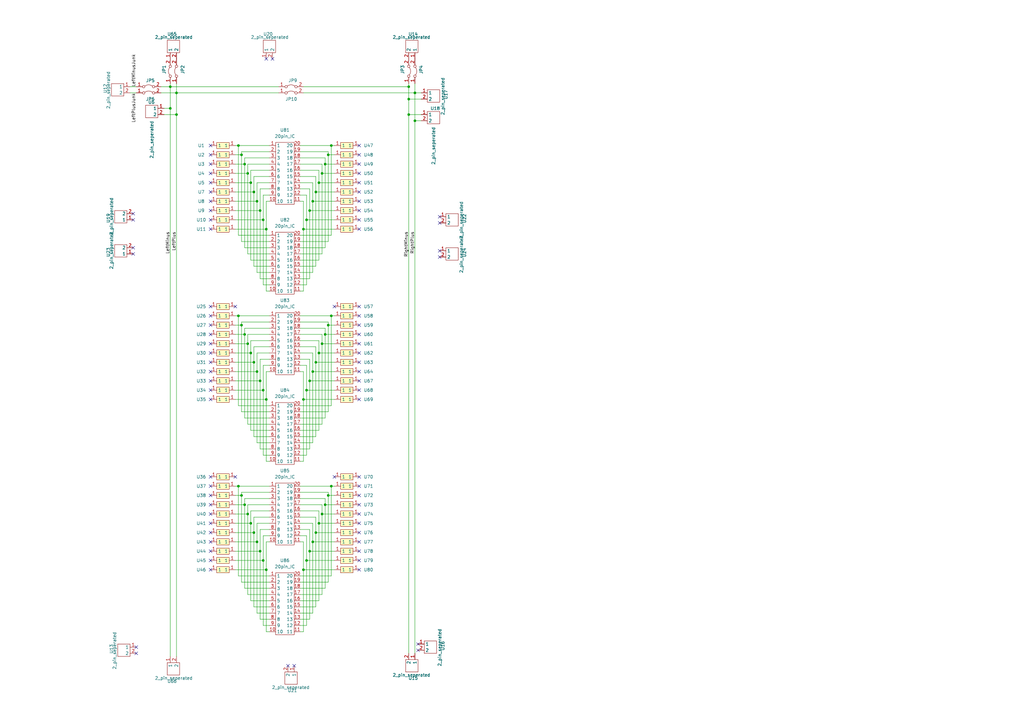
<source format=kicad_sch>
(kicad_sch (version 20211123) (generator eeschema)
  (paper "A3")
  (lib_symbols
    (symbol "Prototypeboard:1_row_connected"
      (property "Reference" "U" (at -1.27 5.08 0))
      (property "Value" "1_row_connected" (at -1.27 2.54 0))
      (symbol "1_row_connected_0_1"
        (rectangle (start -2.54 1.27) (end 2.54 -1.27) (fill (type background)))
      )
      (symbol "1_row_connected_1_1"
        (pin bidirectional line (at -5.08 0 0) (length 2.54) (name "1") (number "1"))
        (pin bidirectional line (at 5.08 0 180) (length 2.54) (name "1") (number "1"))
      )
    )
    (symbol "Prototypeboard:20pin_IC"
      (property "Reference" "U" (at 3.81 3.81 0))
      (property "Value" "20pin_IC" (at 3.81 1.905 0))
      (symbol "20pin_IC_0_1"
        (rectangle (start 0 0) (end 7.62 -25.4))
      )
      (symbol "20pin_IC_1_1"
        (pin bidirectional line (at -2.54 -1.27 0) (length 2.54) (name "1") (number "1"))
        (pin bidirectional line (at -2.54 -24.13 0) (length 2.54) (name "10") (number "10"))
        (pin bidirectional line (at 10.16 -24.13 180) (length 2.54) (name "11") (number "11"))
        (pin bidirectional line (at 10.16 -21.59 180) (length 2.54) (name "12") (number "12"))
        (pin bidirectional line (at 10.16 -19.05 180) (length 2.54) (name "13") (number "13"))
        (pin bidirectional line (at 10.16 -16.51 180) (length 2.54) (name "14") (number "14"))
        (pin bidirectional line (at 10.16 -13.97 180) (length 2.54) (name "15") (number "15"))
        (pin bidirectional line (at 10.16 -11.43 180) (length 2.54) (name "16") (number "16"))
        (pin bidirectional line (at 10.16 -8.89 180) (length 2.54) (name "17") (number "17"))
        (pin bidirectional line (at 10.16 -6.35 180) (length 2.54) (name "18") (number "18"))
        (pin bidirectional line (at 10.16 -3.81 180) (length 2.54) (name "19") (number "19"))
        (pin bidirectional line (at -2.54 -3.81 0) (length 2.54) (name "2") (number "2"))
        (pin bidirectional line (at 10.16 -1.27 180) (length 2.54) (name "20") (number "20"))
        (pin bidirectional line (at -2.54 -6.35 0) (length 2.54) (name "3") (number "3"))
        (pin bidirectional line (at -2.54 -8.89 0) (length 2.54) (name "4") (number "4"))
        (pin bidirectional line (at -2.54 -11.43 0) (length 2.54) (name "5") (number "5"))
        (pin bidirectional line (at -2.54 -13.97 0) (length 2.54) (name "6") (number "6"))
        (pin bidirectional line (at -2.54 -16.51 0) (length 2.54) (name "7") (number "7"))
        (pin bidirectional line (at -2.54 -19.05 0) (length 2.54) (name "8") (number "8"))
        (pin bidirectional line (at -2.54 -21.59 0) (length 2.54) (name "9") (number "9"))
      )
    )
    (symbol "Prototypeboard:2_pin_seperated"
      (property "Reference" "U" (at -8.89 1.27 0))
      (property "Value" "2_pin_seperated" (at -10.16 0 0))
      (symbol "2_pin_seperated_0_1"
        (rectangle (start -1.27 2.54) (end 3.81 -2.54))
      )
      (symbol "2_pin_seperated_1_1"
        (pin bidirectional line (at 0 -5.08 90) (length 2.54) (name "1") (number "1"))
        (pin bidirectional line (at 2.54 -5.08 90) (length 2.54) (name "2") (number "2"))
      )
    )
    (symbol "Prototypeboard:Jumper_2_Bridged" (pin_names (offset 0) hide)
      (property "Reference" "JP" (at 0 1.905 0))
      (property "Value" "Jumper_2_Bridged" (at 0 -2.54 0))
      (symbol "Jumper_2_Bridged_0_0"
        (circle (center -2.032 0) (radius 0.508))
        (circle (center 2.032 0) (radius 0.508))
      )
      (symbol "Jumper_2_Bridged_0_1"
        (arc (start 1.524 0.254) (mid 0 0.762) (end -1.524 0.254))
      )
      (symbol "Jumper_2_Bridged_1_1"
        (pin passive line (at -5.08 0 0) (length 2.54) (name "A") (number "1"))
        (pin passive line (at 5.08 0 180) (length 2.54) (name "B") (number "2"))
      )
    )
  )
  (junction (at 130.81 74.93))
  (junction (at 102.87 214.63))
  (junction (at 170.18 49.53))
  (junction (at 99.06 133.35))
  (junction (at 124.46 233.68))
  (junction (at 135.89 199.39))
  (junction (at 127 86.36))
  (junction (at 109.22 93.98))
  (junction (at 128.27 222.25))
  (junction (at 97.79 129.54))
  (junction (at 105.41 222.25))
  (junction (at 97.79 59.69))
  (junction (at 167.64 46.99))
  (junction (at 134.62 63.5))
  (junction (at 127 226.06))
  (junction (at 72.39 38.1))
  (junction (at 104.14 148.59))
  (junction (at 72.39 46.99))
  (junction (at 105.41 82.55))
  (junction (at 97.79 199.39))
  (junction (at 69.85 35.56))
  (junction (at 107.95 160.02))
  (junction (at 132.08 210.82))
  (junction (at 99.06 203.2))
  (junction (at 106.68 226.06))
  (junction (at 107.95 229.87))
  (junction (at 125.73 160.02))
  (junction (at 104.14 218.44))
  (junction (at 135.89 59.69))
  (junction (at 106.68 156.21))
  (junction (at 106.68 86.36))
  (junction (at 129.54 78.74))
  (junction (at 135.89 129.54))
  (junction (at 127 156.21))
  (junction (at 170.18 38.1))
  (junction (at 128.27 152.4))
  (junction (at 100.33 207.01))
  (junction (at 100.33 67.31))
  (junction (at 124.46 93.98))
  (junction (at 109.22 163.83))
  (junction (at 132.08 71.12))
  (junction (at 133.35 67.31))
  (junction (at 101.6 210.82))
  (junction (at 100.33 137.16))
  (junction (at 133.35 137.16))
  (junction (at 134.62 133.35))
  (junction (at 125.73 229.87))
  (junction (at 102.87 144.78))
  (junction (at 130.81 144.78))
  (junction (at 101.6 71.12))
  (junction (at 129.54 218.44))
  (junction (at 167.64 35.56))
  (junction (at 134.62 203.2))
  (junction (at 130.81 214.63))
  (junction (at 132.08 140.97))
  (junction (at 107.95 90.17))
  (junction (at 128.27 82.55))
  (junction (at 124.46 163.83))
  (junction (at 69.85 44.45))
  (junction (at 133.35 207.01))
  (junction (at 102.87 74.93))
  (junction (at 104.14 78.74))
  (junction (at 99.06 63.5))
  (junction (at 129.54 148.59))
  (junction (at 109.22 233.68))
  (junction (at 125.73 90.17))
  (junction (at 105.41 152.4))
  (junction (at 101.6 140.97))
  (junction (at 167.64 40.64))
  (no_connect (at 147.32 129.54))
  (no_connect (at 86.36 140.97))
  (no_connect (at 120.65 273.05))
  (no_connect (at 86.36 67.31))
  (no_connect (at 147.32 82.55))
  (no_connect (at 147.32 163.83))
  (no_connect (at 86.36 163.83))
  (no_connect (at 55.88 267.97))
  (no_connect (at 54.61 90.17))
  (no_connect (at 147.32 214.63))
  (no_connect (at 147.32 144.78))
  (no_connect (at 86.36 59.69))
  (no_connect (at 147.32 63.5))
  (no_connect (at 147.32 71.12))
  (no_connect (at 86.36 93.98))
  (no_connect (at 147.32 156.21))
  (no_connect (at 86.36 203.2))
  (no_connect (at 147.32 140.97))
  (no_connect (at 180.34 88.9))
  (no_connect (at 86.36 156.21))
  (no_connect (at 86.36 82.55))
  (no_connect (at 86.36 207.01))
  (no_connect (at 147.32 148.59))
  (no_connect (at 137.16 195.58))
  (no_connect (at 147.32 218.44))
  (no_connect (at 86.36 195.58))
  (no_connect (at 86.36 74.93))
  (no_connect (at 109.22 24.13))
  (no_connect (at 86.36 63.5))
  (no_connect (at 86.36 144.78))
  (no_connect (at 86.36 226.06))
  (no_connect (at 96.52 195.58))
  (no_connect (at 86.36 71.12))
  (no_connect (at 86.36 125.73))
  (no_connect (at 86.36 78.74))
  (no_connect (at 86.36 129.54))
  (no_connect (at 147.32 229.87))
  (no_connect (at 86.36 86.36))
  (no_connect (at 111.76 24.13))
  (no_connect (at 147.32 137.16))
  (no_connect (at 86.36 152.4))
  (no_connect (at 180.34 102.87))
  (no_connect (at 54.61 87.63))
  (no_connect (at 137.16 125.73))
  (no_connect (at 54.61 104.14))
  (no_connect (at 147.32 90.17))
  (no_connect (at 86.36 90.17))
  (no_connect (at 147.32 222.25))
  (no_connect (at 86.36 214.63))
  (no_connect (at 147.32 210.82))
  (no_connect (at 147.32 133.35))
  (no_connect (at 86.36 137.16))
  (no_connect (at 86.36 218.44))
  (no_connect (at 147.32 207.01))
  (no_connect (at 54.61 101.6))
  (no_connect (at 96.52 125.73))
  (no_connect (at 147.32 59.69))
  (no_connect (at 147.32 203.2))
  (no_connect (at 86.36 229.87))
  (no_connect (at 86.36 233.68))
  (no_connect (at 147.32 93.98))
  (no_connect (at 147.32 195.58))
  (no_connect (at 147.32 78.74))
  (no_connect (at 86.36 160.02))
  (no_connect (at 147.32 67.31))
  (no_connect (at 147.32 125.73))
  (no_connect (at 118.11 273.05))
  (no_connect (at 147.32 199.39))
  (no_connect (at 86.36 222.25))
  (no_connect (at 86.36 148.59))
  (no_connect (at 147.32 160.02))
  (no_connect (at 147.32 226.06))
  (no_connect (at 147.32 233.68))
  (no_connect (at 180.34 91.44))
  (no_connect (at 147.32 152.4))
  (no_connect (at 55.88 265.43))
  (no_connect (at 86.36 133.35))
  (no_connect (at 147.32 86.36))
  (no_connect (at 86.36 210.82))
  (no_connect (at 171.45 266.7))
  (no_connect (at 86.36 199.39))
  (no_connect (at 147.32 74.93))
  (no_connect (at 171.45 264.16))
  (no_connect (at 180.34 105.41))
  (wire (pts (xy 123.19 132.08) (xy 134.62 132.08)))
  (wire (pts (xy 134.62 99.06) (xy 134.62 63.5)))
  (wire (pts (xy 132.08 210.82) (xy 137.16 210.82)))
  (wire (pts (xy 133.35 171.45) (xy 133.35 137.16)))
  (wire (pts (xy 110.49 241.3) (xy 100.33 241.3)))
  (wire (pts (xy 123.19 248.92) (xy 129.54 248.92)))
  (wire (pts (xy 101.6 71.12) (xy 96.52 71.12)))
  (wire (pts (xy 134.62 238.76) (xy 134.62 203.2)))
  (wire (pts (xy 102.87 74.93) (xy 102.87 106.68)))
  (wire (pts (xy 96.52 218.44) (xy 104.14 218.44)))
  (wire (pts (xy 123.19 186.69) (xy 125.73 186.69)))
  (wire (pts (xy 110.49 114.3) (xy 106.68 114.3)))
  (wire (pts (xy 125.73 229.87) (xy 137.16 229.87)))
  (wire (pts (xy 102.87 214.63) (xy 102.87 246.38)))
  (wire (pts (xy 69.85 44.45) (xy 69.85 269.24)))
  (wire (pts (xy 170.18 49.53) (xy 170.18 267.97)))
  (wire (pts (xy 109.22 259.08) (xy 109.22 233.68)))
  (wire (pts (xy 123.19 199.39) (xy 135.89 199.39)))
  (wire (pts (xy 69.85 35.56) (xy 114.3 35.56)))
  (wire (pts (xy 137.16 152.4) (xy 128.27 152.4)))
  (wire (pts (xy 100.33 137.16) (xy 100.33 171.45)))
  (wire (pts (xy 101.6 210.82) (xy 101.6 243.84)))
  (wire (pts (xy 124.46 82.55) (xy 124.46 93.98)))
  (wire (pts (xy 104.14 72.39) (xy 104.14 78.74)))
  (wire (pts (xy 96.52 229.87) (xy 107.95 229.87)))
  (wire (pts (xy 110.49 212.09) (xy 104.14 212.09)))
  (wire (pts (xy 105.41 74.93) (xy 110.49 74.93)))
  (wire (pts (xy 107.95 256.54) (xy 107.95 229.87)))
  (wire (pts (xy 125.73 229.87) (xy 125.73 256.54)))
  (wire (pts (xy 72.39 46.99) (xy 72.39 269.24)))
  (wire (pts (xy 96.52 160.02) (xy 107.95 160.02)))
  (wire (pts (xy 137.16 90.17) (xy 125.73 90.17)))
  (wire (pts (xy 110.49 176.53) (xy 102.87 176.53)))
  (wire (pts (xy 167.64 46.99) (xy 167.64 267.97)))
  (wire (pts (xy 100.33 137.16) (xy 100.33 134.62)))
  (wire (pts (xy 110.49 116.84) (xy 107.95 116.84)))
  (wire (pts (xy 110.49 186.69) (xy 107.95 186.69)))
  (wire (pts (xy 127 217.17) (xy 127 226.06)))
  (wire (pts (xy 107.95 90.17) (xy 107.95 80.01)))
  (wire (pts (xy 106.68 147.32) (xy 106.68 156.21)))
  (wire (pts (xy 100.33 207.01) (xy 100.33 241.3)))
  (wire (pts (xy 100.33 204.47) (xy 110.49 204.47)))
  (wire (pts (xy 128.27 251.46) (xy 128.27 222.25)))
  (wire (pts (xy 105.41 152.4) (xy 105.41 144.78)))
  (wire (pts (xy 133.35 207.01) (xy 133.35 204.47)))
  (wire (pts (xy 110.49 139.7) (xy 102.87 139.7)))
  (wire (pts (xy 104.14 142.24) (xy 104.14 148.59)))
  (wire (pts (xy 127 114.3) (xy 127 86.36)))
  (wire (pts (xy 67.31 44.45) (xy 69.85 44.45)))
  (wire (pts (xy 97.79 59.69) (xy 110.49 59.69)))
  (wire (pts (xy 123.19 147.32) (xy 127 147.32)))
  (wire (pts (xy 109.22 119.38) (xy 109.22 93.98)))
  (wire (pts (xy 96.52 90.17) (xy 107.95 90.17)))
  (wire (pts (xy 109.22 82.55) (xy 109.22 93.98)))
  (wire (pts (xy 106.68 77.47) (xy 106.68 86.36)))
  (wire (pts (xy 66.04 35.56) (xy 69.85 35.56)))
  (wire (pts (xy 123.19 116.84) (xy 125.73 116.84)))
  (wire (pts (xy 110.49 99.06) (xy 99.06 99.06)))
  (wire (pts (xy 123.19 129.54) (xy 135.89 129.54)))
  (wire (pts (xy 130.81 176.53) (xy 130.81 144.78)))
  (wire (pts (xy 110.49 82.55) (xy 109.22 82.55)))
  (wire (pts (xy 97.79 199.39) (xy 110.49 199.39)))
  (wire (pts (xy 99.06 63.5) (xy 96.52 63.5)))
  (wire (pts (xy 134.62 201.93) (xy 134.62 203.2)))
  (wire (pts (xy 167.64 34.29) (xy 167.64 35.56)))
  (wire (pts (xy 96.52 222.25) (xy 105.41 222.25)))
  (wire (pts (xy 130.81 69.85) (xy 123.19 69.85)))
  (wire (pts (xy 110.49 207.01) (xy 101.6 207.01)))
  (wire (pts (xy 123.19 62.23) (xy 134.62 62.23)))
  (wire (pts (xy 123.19 152.4) (xy 124.46 152.4)))
  (wire (pts (xy 106.68 156.21) (xy 96.52 156.21)))
  (wire (pts (xy 127 156.21) (xy 137.16 156.21)))
  (wire (pts (xy 137.16 82.55) (xy 128.27 82.55)))
  (wire (pts (xy 124.46 152.4) (xy 124.46 163.83)))
  (wire (pts (xy 123.19 189.23) (xy 124.46 189.23)))
  (wire (pts (xy 110.49 111.76) (xy 105.41 111.76)))
  (wire (pts (xy 102.87 139.7) (xy 102.87 144.78)))
  (wire (pts (xy 133.35 137.16) (xy 133.35 134.62)))
  (wire (pts (xy 110.49 119.38) (xy 109.22 119.38)))
  (wire (pts (xy 110.49 67.31) (xy 101.6 67.31)))
  (wire (pts (xy 127 184.15) (xy 127 156.21)))
  (wire (pts (xy 110.49 222.25) (xy 109.22 222.25)))
  (wire (pts (xy 123.19 181.61) (xy 128.27 181.61)))
  (wire (pts (xy 110.49 254) (xy 106.68 254)))
  (wire (pts (xy 123.19 101.6) (xy 133.35 101.6)))
  (wire (pts (xy 99.06 133.35) (xy 99.06 168.91)))
  (wire (pts (xy 129.54 72.39) (xy 129.54 78.74)))
  (wire (pts (xy 97.79 59.69) (xy 97.79 96.52)))
  (wire (pts (xy 128.27 152.4) (xy 128.27 144.78)))
  (wire (pts (xy 134.62 132.08) (xy 134.62 133.35)))
  (wire (pts (xy 109.22 222.25) (xy 109.22 233.68)))
  (wire (pts (xy 123.19 176.53) (xy 130.81 176.53)))
  (wire (pts (xy 125.73 186.69) (xy 125.73 160.02)))
  (wire (pts (xy 124.46 119.38) (xy 124.46 93.98)))
  (wire (pts (xy 96.52 129.54) (xy 97.79 129.54)))
  (wire (pts (xy 96.52 67.31) (xy 100.33 67.31)))
  (wire (pts (xy 110.49 179.07) (xy 104.14 179.07)))
  (wire (pts (xy 133.35 241.3) (xy 133.35 207.01)))
  (wire (pts (xy 109.22 233.68) (xy 96.52 233.68)))
  (wire (pts (xy 123.19 236.22) (xy 135.89 236.22)))
  (wire (pts (xy 104.14 109.22) (xy 104.14 78.74)))
  (wire (pts (xy 123.19 166.37) (xy 135.89 166.37)))
  (wire (pts (xy 53.34 38.1) (xy 55.88 38.1)))
  (wire (pts (xy 105.41 111.76) (xy 105.41 82.55)))
  (wire (pts (xy 99.06 203.2) (xy 96.52 203.2)))
  (wire (pts (xy 129.54 212.09) (xy 129.54 218.44)))
  (wire (pts (xy 129.54 148.59) (xy 137.16 148.59)))
  (wire (pts (xy 110.49 101.6) (xy 100.33 101.6)))
  (wire (pts (xy 105.41 251.46) (xy 105.41 222.25)))
  (wire (pts (xy 105.41 222.25) (xy 105.41 214.63)))
  (wire (pts (xy 123.19 217.17) (xy 127 217.17)))
  (wire (pts (xy 132.08 104.14) (xy 132.08 71.12)))
  (wire (pts (xy 110.49 72.39) (xy 104.14 72.39)))
  (wire (pts (xy 127 86.36) (xy 137.16 86.36)))
  (wire (pts (xy 109.22 93.98) (xy 96.52 93.98)))
  (wire (pts (xy 123.19 168.91) (xy 134.62 168.91)))
  (wire (pts (xy 124.46 222.25) (xy 124.46 233.68)))
  (wire (pts (xy 137.16 160.02) (xy 125.73 160.02)))
  (wire (pts (xy 110.49 259.08) (xy 109.22 259.08)))
  (wire (pts (xy 100.33 67.31) (xy 100.33 64.77)))
  (wire (pts (xy 129.54 78.74) (xy 137.16 78.74)))
  (wire (pts (xy 109.22 163.83) (xy 96.52 163.83)))
  (wire (pts (xy 110.49 142.24) (xy 104.14 142.24)))
  (wire (pts (xy 96.52 74.93) (xy 102.87 74.93)))
  (wire (pts (xy 109.22 189.23) (xy 109.22 163.83)))
  (wire (pts (xy 167.64 40.64) (xy 172.72 40.64)))
  (wire (pts (xy 123.19 171.45) (xy 133.35 171.45)))
  (wire (pts (xy 106.68 254) (xy 106.68 226.06)))
  (wire (pts (xy 128.27 144.78) (xy 123.19 144.78)))
  (wire (pts (xy 124.46 93.98) (xy 137.16 93.98)))
  (wire (pts (xy 123.19 59.69) (xy 135.89 59.69)))
  (wire (pts (xy 99.06 201.93) (xy 99.06 203.2)))
  (wire (pts (xy 167.64 46.99) (xy 172.72 46.99)))
  (wire (pts (xy 167.64 40.64) (xy 167.64 46.99)))
  (wire (pts (xy 110.49 173.99) (xy 101.6 173.99)))
  (wire (pts (xy 107.95 160.02) (xy 107.95 149.86)))
  (wire (pts (xy 101.6 67.31) (xy 101.6 71.12)))
  (wire (pts (xy 130.81 246.38) (xy 130.81 214.63)))
  (wire (pts (xy 125.73 219.71) (xy 123.19 219.71)))
  (wire (pts (xy 135.89 166.37) (xy 135.89 129.54)))
  (wire (pts (xy 100.33 67.31) (xy 100.33 101.6)))
  (wire (pts (xy 134.62 203.2) (xy 137.16 203.2)))
  (wire (pts (xy 125.73 160.02) (xy 125.73 149.86)))
  (wire (pts (xy 105.41 82.55) (xy 105.41 74.93)))
  (wire (pts (xy 123.19 96.52) (xy 135.89 96.52)))
  (wire (pts (xy 134.62 168.91) (xy 134.62 133.35)))
  (wire (pts (xy 123.19 137.16) (xy 132.08 137.16)))
  (wire (pts (xy 137.16 137.16) (xy 133.35 137.16)))
  (wire (pts (xy 123.19 72.39) (xy 129.54 72.39)))
  (wire (pts (xy 110.49 106.68) (xy 102.87 106.68)))
  (wire (pts (xy 110.49 201.93) (xy 99.06 201.93)))
  (wire (pts (xy 123.19 259.08) (xy 124.46 259.08)))
  (wire (pts (xy 105.41 214.63) (xy 110.49 214.63)))
  (wire (pts (xy 127 254) (xy 127 226.06)))
  (wire (pts (xy 132.08 67.31) (xy 132.08 71.12)))
  (wire (pts (xy 107.95 116.84) (xy 107.95 90.17)))
  (wire (pts (xy 123.19 207.01) (xy 132.08 207.01)))
  (wire (pts (xy 124.46 35.56) (xy 167.64 35.56)))
  (wire (pts (xy 129.54 248.92) (xy 129.54 218.44)))
  (wire (pts (xy 110.49 238.76) (xy 99.06 238.76)))
  (wire (pts (xy 110.49 96.52) (xy 97.79 96.52)))
  (wire (pts (xy 123.19 201.93) (xy 134.62 201.93)))
  (wire (pts (xy 123.19 106.68) (xy 130.81 106.68)))
  (wire (pts (xy 96.52 144.78) (xy 102.87 144.78)))
  (wire (pts (xy 104.14 248.92) (xy 104.14 218.44)))
  (wire (pts (xy 170.18 49.53) (xy 172.72 49.53)))
  (wire (pts (xy 96.52 148.59) (xy 104.14 148.59)))
  (wire (pts (xy 124.46 38.1) (xy 170.18 38.1)))
  (wire (pts (xy 132.08 243.84) (xy 132.08 210.82)))
  (wire (pts (xy 123.19 222.25) (xy 124.46 222.25)))
  (wire (pts (xy 67.31 46.99) (xy 72.39 46.99)))
  (wire (pts (xy 128.27 214.63) (xy 123.19 214.63)))
  (wire (pts (xy 129.54 179.07) (xy 129.54 148.59)))
  (wire (pts (xy 123.19 142.24) (xy 129.54 142.24)))
  (wire (pts (xy 123.19 184.15) (xy 127 184.15)))
  (wire (pts (xy 110.49 69.85) (xy 102.87 69.85)))
  (wire (pts (xy 101.6 207.01) (xy 101.6 210.82)))
  (wire (pts (xy 69.85 34.29) (xy 69.85 35.56)))
  (wire (pts (xy 167.64 35.56) (xy 167.64 40.64)))
  (wire (pts (xy 99.06 132.08) (xy 99.06 133.35)))
  (wire (pts (xy 110.49 62.23) (xy 99.06 62.23)))
  (wire (pts (xy 110.49 104.14) (xy 101.6 104.14)))
  (wire (pts (xy 123.19 243.84) (xy 132.08 243.84)))
  (wire (pts (xy 137.16 67.31) (xy 133.35 67.31)))
  (wire (pts (xy 130.81 74.93) (xy 130.81 69.85)))
  (wire (pts (xy 66.04 38.1) (xy 72.39 38.1)))
  (wire (pts (xy 137.16 207.01) (xy 133.35 207.01)))
  (wire (pts (xy 110.49 132.08) (xy 99.06 132.08)))
  (wire (pts (xy 53.34 35.56) (xy 55.88 35.56)))
  (wire (pts (xy 106.68 184.15) (xy 106.68 156.21)))
  (wire (pts (xy 123.19 111.76) (xy 128.27 111.76)))
  (wire (pts (xy 123.19 179.07) (xy 129.54 179.07)))
  (wire (pts (xy 137.16 74.93) (xy 130.81 74.93)))
  (wire (pts (xy 105.41 181.61) (xy 105.41 152.4)))
  (wire (pts (xy 110.49 248.92) (xy 104.14 248.92)))
  (wire (pts (xy 100.33 207.01) (xy 100.33 204.47)))
  (wire (pts (xy 123.19 109.22) (xy 129.54 109.22)))
  (wire (pts (xy 107.95 80.01) (xy 110.49 80.01)))
  (wire (pts (xy 110.49 171.45) (xy 100.33 171.45)))
  (wire (pts (xy 107.95 219.71) (xy 110.49 219.71)))
  (wire (pts (xy 127 226.06) (xy 137.16 226.06)))
  (wire (pts (xy 135.89 96.52) (xy 135.89 59.69)))
  (wire (pts (xy 123.19 246.38) (xy 130.81 246.38)))
  (wire (pts (xy 134.62 133.35) (xy 137.16 133.35)))
  (wire (pts (xy 123.19 251.46) (xy 128.27 251.46)))
  (wire (pts (xy 96.52 78.74) (xy 104.14 78.74)))
  (wire (pts (xy 137.16 214.63) (xy 130.81 214.63)))
  (wire (pts (xy 123.19 238.76) (xy 134.62 238.76)))
  (wire (pts (xy 72.39 38.1) (xy 114.3 38.1)))
  (wire (pts (xy 125.73 90.17) (xy 125.73 80.01)))
  (wire (pts (xy 125.73 149.86) (xy 123.19 149.86)))
  (wire (pts (xy 110.49 236.22) (xy 97.79 236.22)))
  (wire (pts (xy 128.27 82.55) (xy 128.27 74.93)))
  (wire (pts (xy 123.19 67.31) (xy 132.08 67.31)))
  (wire (pts (xy 123.19 256.54) (xy 125.73 256.54)))
  (wire (pts (xy 101.6 71.12) (xy 101.6 104.14)))
  (wire (pts (xy 96.52 59.69) (xy 97.79 59.69)))
  (wire (pts (xy 125.73 219.71) (xy 125.73 229.87)))
  (wire (pts (xy 96.52 152.4) (xy 105.41 152.4)))
  (wire (pts (xy 129.54 142.24) (xy 129.54 148.59)))
  (wire (pts (xy 135.89 59.69) (xy 137.16 59.69)))
  (wire (pts (xy 99.06 63.5) (xy 99.06 99.06)))
  (wire (pts (xy 128.27 181.61) (xy 128.27 152.4)))
  (wire (pts (xy 110.49 184.15) (xy 106.68 184.15)))
  (wire (pts (xy 110.49 246.38) (xy 102.87 246.38)))
  (wire (pts (xy 102.87 209.55) (xy 102.87 214.63)))
  (wire (pts (xy 110.49 243.84) (xy 101.6 243.84)))
  (wire (pts (xy 130.81 214.63) (xy 130.81 209.55)))
  (wire (pts (xy 107.95 229.87) (xy 107.95 219.71)))
  (wire (pts (xy 132.08 207.01) (xy 132.08 210.82)))
  (wire (pts (xy 99.06 133.35) (xy 96.52 133.35)))
  (wire (pts (xy 109.22 152.4) (xy 109.22 163.83)))
  (wire (pts (xy 96.52 199.39) (xy 97.79 199.39)))
  (wire (pts (xy 106.68 226.06) (xy 96.52 226.06)))
  (wire (pts (xy 107.95 149.86) (xy 110.49 149.86)))
  (wire (pts (xy 101.6 140.97) (xy 96.52 140.97)))
  (wire (pts (xy 107.95 186.69) (xy 107.95 160.02)))
  (wire (pts (xy 123.19 114.3) (xy 127 114.3)))
  (wire (pts (xy 137.16 222.25) (xy 128.27 222.25)))
  (wire (pts (xy 132.08 137.16) (xy 132.08 140.97)))
  (wire (pts (xy 132.08 173.99) (xy 132.08 140.97)))
  (wire (pts (xy 123.19 173.99) (xy 132.08 173.99)))
  (wire (pts (xy 104.14 212.09) (xy 104.14 218.44)))
  (wire (pts (xy 110.49 189.23) (xy 109.22 189.23)))
  (wire (pts (xy 110.49 256.54) (xy 107.95 256.54)))
  (wire (pts (xy 134.62 62.23) (xy 134.62 63.5)))
  (wire (pts (xy 127 77.47) (xy 127 86.36)))
  (wire (pts (xy 125.73 116.84) (xy 125.73 90.17)))
  (wire (pts (xy 99.06 62.23) (xy 99.06 63.5)))
  (wire (pts (xy 101.6 140.97) (xy 101.6 173.99)))
  (wire (pts (xy 110.49 109.22) (xy 104.14 109.22)))
  (wire (pts (xy 170.18 38.1) (xy 172.72 38.1)))
  (wire (pts (xy 134.62 63.5) (xy 137.16 63.5)))
  (wire (pts (xy 133.35 64.77) (xy 123.19 64.77)))
  (wire (pts (xy 170.18 34.29) (xy 170.18 38.1)))
  (wire (pts (xy 100.33 134.62) (xy 110.49 134.62)))
  (wire (pts (xy 123.19 82.55) (xy 124.46 82.55)))
  (wire (pts (xy 96.52 214.63) (xy 102.87 214.63)))
  (wire (pts (xy 133.35 67.31) (xy 133.35 64.77)))
  (wire (pts (xy 124.46 233.68) (xy 124.46 259.08)))
  (wire (pts (xy 125.73 80.01) (xy 123.19 80.01)))
  (wire (pts (xy 123.19 254) (xy 127 254)))
  (wire (pts (xy 135.89 236.22) (xy 135.89 199.39)))
  (wire (pts (xy 97.79 129.54) (xy 110.49 129.54)))
  (wire (pts (xy 106.68 114.3) (xy 106.68 86.36)))
  (wire (pts (xy 127 147.32) (xy 127 156.21)))
  (wire (pts (xy 102.87 144.78) (xy 102.87 176.53)))
  (wire (pts (xy 97.79 199.39) (xy 97.79 236.22)))
  (wire (pts (xy 133.35 101.6) (xy 133.35 67.31)))
  (wire (pts (xy 110.49 209.55) (xy 102.87 209.55)))
  (wire (pts (xy 104.14 179.07) (xy 104.14 148.59)))
  (wire (pts (xy 128.27 111.76) (xy 128.27 82.55)))
  (wire (pts (xy 130.81 106.68) (xy 130.81 74.93)))
  (wire (pts (xy 123.19 241.3) (xy 133.35 241.3)))
  (wire (pts (xy 105.41 144.78) (xy 110.49 144.78)))
  (wire (pts (xy 123.19 77.47) (xy 127 77.47)))
  (wire (pts (xy 124.46 233.68) (xy 137.16 233.68)))
  (wire (pts (xy 96.52 207.01) (xy 100.33 207.01)))
  (wire (pts (xy 132.08 71.12) (xy 137.16 71.12)))
  (wire (pts (xy 129.54 109.22) (xy 129.54 78.74)))
  (wire (pts (xy 101.6 210.82) (xy 96.52 210.82)))
  (wire (pts (xy 110.49 166.37) (xy 97.79 166.37)))
  (wire (pts (xy 96.52 137.16) (xy 100.33 137.16)))
  (wire (pts (xy 123.19 119.38) (xy 124.46 119.38)))
  (wire (pts (xy 128.27 74.93) (xy 123.19 74.93)))
  (wire (pts (xy 170.18 38.1) (xy 170.18 49.53)))
  (wire (pts (xy 132.08 140.97) (xy 137.16 140.97)))
  (wire (pts (xy 72.39 38.1) (xy 72.39 46.99)))
  (wire (pts (xy 123.19 104.14) (xy 132.08 104.14)))
  (wire (pts (xy 96.52 82.55) (xy 105.41 82.55)))
  (wire (pts (xy 128.27 222.25) (xy 128.27 214.63)))
  (wire (pts (xy 130.81 139.7) (xy 123.19 139.7)))
  (wire (pts (xy 110.49 217.17) (xy 106.68 217.17)))
  (wire (pts (xy 130.81 144.78) (xy 130.81 139.7)))
  (wire (pts (xy 135.89 129.54) (xy 137.16 129.54)))
  (wire (pts (xy 110.49 77.47) (xy 106.68 77.47)))
  (wire (pts (xy 110.49 147.32) (xy 106.68 147.32)))
  (wire (pts (xy 135.89 199.39) (xy 137.16 199.39)))
  (wire (pts (xy 69.85 35.56) (xy 69.85 44.45)))
  (wire (pts (xy 99.06 203.2) (xy 99.06 238.76)))
  (wire (pts (xy 97.79 129.54) (xy 97.79 166.37)))
  (wire (pts (xy 106.68 217.17) (xy 106.68 226.06)))
  (wire (pts (xy 133.35 204.47) (xy 123.19 204.47)))
  (wire (pts (xy 110.49 251.46) (xy 105.41 251.46)))
  (wire (pts (xy 130.81 209.55) (xy 123.19 209.55)))
  (wire (pts (xy 100.33 64.77) (xy 110.49 64.77)))
  (wire (pts (xy 137.16 144.78) (xy 130.81 144.78)))
  (wire (pts (xy 102.87 69.85) (xy 102.87 74.93)))
  (wire (pts (xy 129.54 218.44) (xy 137.16 218.44)))
  (wire (pts (xy 110.49 152.4) (xy 109.22 152.4)))
  (wire (pts (xy 124.46 189.23) (xy 124.46 163.83)))
  (wire (pts (xy 133.35 134.62) (xy 123.19 134.62)))
  (wire (pts (xy 106.68 86.36) (xy 96.52 86.36)))
  (wire (pts (xy 123.19 212.09) (xy 129.54 212.09)))
  (wire (pts (xy 110.49 168.91) (xy 99.06 168.91)))
  (wire (pts (xy 110.49 137.16) (xy 101.6 137.16)))
  (wire (pts (xy 123.19 99.06) (xy 134.62 99.06)))
  (wire (pts (xy 101.6 137.16) (xy 101.6 140.97)))
  (wire (pts (xy 72.39 34.29) (xy 72.39 38.1)))
  (wire (pts (xy 110.49 181.61) (xy 105.41 181.61)))
  (wire (pts (xy 124.46 163.83) (xy 137.16 163.83)))
  (label "LeftPlus" (at 72.39 102.87 90))
  (label "RightMinus" (at 167.64 105.41 90))
  (label "LeftMinus" (at 69.85 104.14 90))
  (label "LeftPlusJunk" (at 55.88 38.1 270))
  (label "LeftMinusJunk" (at 55.88 35.56 90))
  (label "RightPlus" (at 170.18 104.14 90))
  (symbol (lib_id "Prototypeboard:Jumper_2_Bridged") (at 69.85 29.21 90) (unit 1)
    (property "Reference" "JP1" (at 67.31 26.67 0) (effects (justify right)))
    (property "Value" "Jumper_2_Bridged" (effects hide))
    (property "Footprint" "Prototypeboard:SolderJumper-2_P1.3mm_Bridged_RoundedPad1.0x1.5mm" (effects hide))
  )
  (symbol (lib_id "Prototypeboard:1_row_connected") (at 142.24 74.93 0) (mirror y) (unit 1)
    (property "Reference" "U51" (at 151.13 74.93 0))
    (property "Value" "1_row_connected" (effects hide))
    (property "Footprint" "Prototypeboard:6_pin_connection" (effects hide))
  )
  (symbol (lib_id "Prototypeboard:1_row_connected") (at 142.24 129.54 0) (mirror y) (unit 1)
    (property "Reference" "U58" (at 151.13 129.54 0))
    (property "Value" "1_row_connected" (effects hide))
    (property "Footprint" "Prototypeboard:6_pin_connection" (effects hide))
  )
  (symbol (lib_id "Prototypeboard:1_row_connected") (at 91.44 222.25 0) (unit 1)
    (property "Reference" "U43" (at 82.55 222.25 0))
    (property "Value" "1_row_connected" (effects hide))
    (property "Footprint" "Prototypeboard:6_pin_connection" (effects hide))
  )
  (symbol (lib_id "Prototypeboard:1_row_connected") (at 142.24 90.17 0) (mirror y) (unit 1)
    (property "Reference" "U55" (at 151.13 90.17 0))
    (property "Value" "1_row_connected" (effects hide))
    (property "Footprint" "Prototypeboard:6_pin_connection" (effects hide))
  )
  (symbol (lib_id "Prototypeboard:1_row_connected") (at 91.44 210.82 0) (unit 1)
    (property "Reference" "U40" (at 82.55 210.82 0))
    (property "Value" "1_row_connected" (effects hide))
    (property "Footprint" "Prototypeboard:6_pin_connection" (effects hide))
  )
  (symbol (lib_id "Prototypeboard:1_row_connected") (at 91.44 152.4 0) (unit 1)
    (property "Reference" "U32" (at 82.55 152.4 0))
    (property "Value" "1_row_connected" (effects hide))
    (property "Footprint" "Prototypeboard:6_pin_connection" (effects hide))
  )
  (symbol (lib_id "Prototypeboard:1_row_connected") (at 91.44 90.17 0) (unit 1)
    (property "Reference" "U10" (at 82.55 90.17 0))
    (property "Value" "1_row_connected" (effects hide))
    (property "Footprint" "Prototypeboard:6_pin_connection" (effects hide))
  )
  (symbol (lib_id "Prototypeboard:1_row_connected") (at 91.44 74.93 0) (unit 1)
    (property "Reference" "U5" (at 82.55 74.93 0))
    (property "Value" "1_row_connected" (effects hide))
    (property "Footprint" "Prototypeboard:6_pin_connection" (effects hide))
  )
  (symbol (lib_id "Prototypeboard:20pin_IC") (at 113.03 234.95 0) (unit 1)
    (property "Reference" "U86" (at 116.84 229.87 0))
    (property "Value" "20pin_IC" (at 116.84 232.41 0))
    (property "Footprint" "Prototypeboard:SOP-20" (effects hide))
  )
  (symbol (lib_id "Prototypeboard:Jumper_2_Bridged") (at 119.38 35.56 0) (unit 1)
    (property "Reference" "JP9" (at 121.92 33.02 0) (effects (justify right)))
    (property "Value" "Jumper_2_Bridged" (effects hide))
    (property "Footprint" "Prototypeboard:SolderJumper-2_P1.3mm_Bridged_RoundedPad1.0x1.5mm" (effects hide))
  )
  (symbol (lib_id "Prototypeboard:2_pin_seperated") (at 49.53 104.14 90) (unit 1)
    (property "Reference" "U23" (at 44.45 105.41 0) (effects (justify left)))
    (property "Value" "2_pin_seperated" (at 45.72 110.49 0) (effects (justify left)))
    (property "Footprint" "Prototypeboard:2_pin_seperated" (effects hide))
  )
  (symbol (lib_id "Prototypeboard:1_row_connected") (at 142.24 156.21 0) (mirror y) (unit 1)
    (property "Reference" "U67" (at 151.13 156.21 0))
    (property "Value" "1_row_connected" (effects hide))
    (property "Footprint" "Prototypeboard:6_pin_connection" (effects hide))
  )
  (symbol (lib_id "Prototypeboard:2_pin_seperated") (at 176.53 264.16 270) (unit 1)
    (property "Reference" "U16" (at 181.61 262.89 0) (effects (justify left)))
    (property "Value" "2_pin_seperated" (at 180.34 257.81 0) (effects (justify left)))
    (property "Footprint" "Prototypeboard:2_pin_seperated" (effects hide))
  )
  (symbol (lib_id "Prototypeboard:1_row_connected") (at 91.44 86.36 0) (unit 1)
    (property "Reference" "U9" (at 82.55 86.36 0))
    (property "Value" "1_row_connected" (effects hide))
    (property "Footprint" "Prototypeboard:6_pin_connection" (effects hide))
  )
  (symbol (lib_id "Prototypeboard:1_row_connected") (at 91.44 207.01 0) (unit 1)
    (property "Reference" "U39" (at 82.55 207.01 0))
    (property "Value" "1_row_connected" (effects hide))
    (property "Footprint" "Prototypeboard:6_pin_connection" (effects hide))
  )
  (symbol (lib_id "Prototypeboard:1_row_connected") (at 142.24 82.55 0) (mirror y) (unit 1)
    (property "Reference" "U53" (at 151.13 82.55 0))
    (property "Value" "1_row_connected" (effects hide))
    (property "Footprint" "Prototypeboard:6_pin_connection" (effects hide))
  )
  (symbol (lib_id "Prototypeboard:1_row_connected") (at 142.24 59.69 0) (mirror y) (unit 1)
    (property "Reference" "U47" (at 151.13 59.69 0))
    (property "Value" "1_row_connected" (effects hide))
    (property "Footprint" "Prototypeboard:5_pin_connection" (effects hide))
  )
  (symbol (lib_id "Prototypeboard:1_row_connected") (at 142.24 140.97 0) (mirror y) (unit 1)
    (property "Reference" "U61" (at 151.13 140.97 0))
    (property "Value" "1_row_connected" (effects hide))
    (property "Footprint" "Prototypeboard:6_pin_connection" (effects hide))
  )
  (symbol (lib_id "Prototypeboard:1_row_connected") (at 142.24 152.4 0) (mirror y) (unit 1)
    (property "Reference" "U64" (at 151.13 152.4 0))
    (property "Value" "1_row_connected" (effects hide))
    (property "Footprint" "Prototypeboard:6_pin_connection" (effects hide))
  )
  (symbol (lib_id "Prototypeboard:2_pin_seperated") (at 50.8 265.43 90) (mirror x) (unit 1)
    (property "Reference" "U13" (at 45.72 264.16 0) (effects (justify left)))
    (property "Value" "2_pin_seperated" (at 46.99 259.08 0) (effects (justify left)))
    (property "Footprint" "Prototypeboard:2_pin_seperated" (effects hide))
  )
  (symbol (lib_id "Prototypeboard:1_row_connected") (at 142.24 71.12 0) (mirror y) (unit 1)
    (property "Reference" "U50" (at 151.13 71.12 0))
    (property "Value" "1_row_connected" (effects hide))
    (property "Footprint" "Prototypeboard:6_pin_connection" (effects hide))
  )
  (symbol (lib_id "Prototypeboard:1_row_connected") (at 91.44 214.63 0) (unit 1)
    (property "Reference" "U41" (at 82.55 214.63 0))
    (property "Value" "1_row_connected" (effects hide))
    (property "Footprint" "Prototypeboard:6_pin_connection" (effects hide))
  )
  (symbol (lib_id "Prototypeboard:1_row_connected") (at 142.24 125.73 0) (mirror y) (unit 1)
    (property "Reference" "U57" (at 151.13 125.73 0))
    (property "Value" "1_row_connected" (effects hide))
    (property "Footprint" "Prototypeboard:6_pin_connection" (effects hide))
  )
  (symbol (lib_id "Prototypeboard:20pin_IC") (at 113.03 58.42 0) (unit 1)
    (property "Reference" "U81" (at 116.84 53.34 0))
    (property "Value" "20pin_IC" (at 116.84 55.88 0))
    (property "Footprint" "Prototypeboard:SSOP-20" (effects hide))
  )
  (symbol (lib_id "Prototypeboard:1_row_connected") (at 91.44 233.68 0) (unit 1)
    (property "Reference" "U46" (at 82.55 233.68 0))
    (property "Value" "1_row_connected" (effects hide))
    (property "Footprint" "Prototypeboard:6_pin_connection" (effects hide))
  )
  (symbol (lib_id "Prototypeboard:2_pin_seperated") (at 185.42 88.9 270) (unit 1)
    (property "Reference" "U22" (at 190.5 87.63 0) (effects (justify left)))
    (property "Value" "2_pin_seperated" (at 189.23 82.55 0) (effects (justify left)))
    (property "Footprint" "Prototypeboard:2_pin_seperated" (effects hide))
  )
  (symbol (lib_id "Prototypeboard:1_row_connected") (at 142.24 199.39 0) (mirror y) (unit 1)
    (property "Reference" "U71" (at 151.13 199.39 0))
    (property "Value" "1_row_connected" (effects hide))
    (property "Footprint" "Prototypeboard:6_pin_connection" (effects hide))
  )
  (symbol (lib_id "Prototypeboard:Jumper_2_Bridged") (at 167.64 29.21 270) (mirror x) (unit 1)
    (property "Reference" "JP3" (at 165.1 26.67 0) (effects (justify right)))
    (property "Value" "Jumper_2_Bridged" (effects hide))
    (property "Footprint" "Prototypeboard:SolderJumper-2_P1.3mm_Bridged_RoundedPad1.0x1.5mm" (effects hide))
  )
  (symbol (lib_id "Prototypeboard:1_row_connected") (at 142.24 233.68 0) (mirror y) (unit 1)
    (property "Reference" "U80" (at 151.13 233.68 0))
    (property "Value" "1_row_connected" (effects hide))
    (property "Footprint" "Prototypeboard:6_pin_connection" (effects hide))
  )
  (symbol (lib_id "Prototypeboard:1_row_connected") (at 91.44 125.73 0) (unit 1)
    (property "Reference" "U25" (at 82.55 125.73 0))
    (property "Value" "1_row_connected" (effects hide))
    (property "Footprint" "Prototypeboard:6_pin_connection" (effects hide))
  )
  (symbol (lib_id "Prototypeboard:1_row_connected") (at 91.44 133.35 0) (unit 1)
    (property "Reference" "U27" (at 82.55 133.35 0))
    (property "Value" "1_row_connected" (effects hide))
    (property "Footprint" "Prototypeboard:6_pin_connection" (effects hide))
  )
  (symbol (lib_id "Prototypeboard:1_row_connected") (at 142.24 229.87 0) (mirror y) (unit 1)
    (property "Reference" "U79" (at 151.13 229.87 0))
    (property "Value" "1_row_connected" (effects hide))
    (property "Footprint" "Prototypeboard:6_pin_connection" (effects hide))
  )
  (symbol (lib_id "Prototypeboard:2_pin_seperated") (at 62.23 44.45 90) (mirror x) (unit 1)
    (property "Reference" "U6" (at 63.5 41.91 90) (effects (justify left)))
    (property "Value" "2_pin_seperated" (at 62.23 49.53 0) (effects (justify left)))
    (property "Footprint" "Prototypeboard:30x2_pin_connected" (effects hide))
  )
  (symbol (lib_id "Prototypeboard:1_row_connected") (at 91.44 78.74 0) (unit 1)
    (property "Reference" "U7" (at 82.55 78.74 0))
    (property "Value" "1_row_connected" (effects hide))
    (property "Footprint" "Prototypeboard:6_pin_connection" (effects hide))
  )
  (symbol (lib_id "Prototypeboard:1_row_connected") (at 91.44 163.83 0) (unit 1)
    (property "Reference" "U35" (at 82.55 163.83 0))
    (property "Value" "1_row_connected" (effects hide))
    (property "Footprint" "Prototypeboard:6_pin_connection" (effects hide))
  )
  (symbol (lib_id "Prototypeboard:1_row_connected") (at 142.24 148.59 0) (mirror y) (unit 1)
    (property "Reference" "U63" (at 151.13 148.59 0))
    (property "Value" "1_row_connected" (effects hide))
    (property "Footprint" "Prototypeboard:6_pin_connection" (effects hide))
  )
  (symbol (lib_id "Prototypeboard:1_row_connected") (at 91.44 203.2 0) (unit 1)
    (property "Reference" "U38" (at 82.55 203.2 0))
    (property "Value" "1_row_connected" (effects hide))
    (property "Footprint" "Prototypeboard:6_pin_connection" (effects hide))
  )
  (symbol (lib_id "Prototypeboard:2_pin_seperated") (at 49.53 90.17 90) (unit 1)
    (property "Reference" "U19" (at 44.45 91.44 0) (effects (justify left)))
    (property "Value" "2_pin_seperated" (at 45.72 96.52 0) (effects (justify left)))
    (property "Footprint" "Prototypeboard:2_pin_seperated" (effects hide))
  )
  (symbol (lib_id "Prototypeboard:1_row_connected") (at 91.44 93.98 0) (unit 1)
    (property "Reference" "U11" (at 82.55 93.98 0))
    (property "Value" "1_row_connected" (effects hide))
    (property "Footprint" "Prototypeboard:6_pin_connection" (effects hide))
  )
  (symbol (lib_id "Prototypeboard:1_row_connected") (at 142.24 133.35 0) (mirror y) (unit 1)
    (property "Reference" "U59" (at 151.13 133.35 0))
    (property "Value" "1_row_connected" (effects hide))
    (property "Footprint" "Prototypeboard:6_pin_connection" (effects hide))
  )
  (symbol (lib_id "Prototypeboard:2_pin_seperated") (at 120.65 278.13 180) (unit 1)
    (property "Reference" "U21" (at 121.92 283.21 0) (effects (justify left)))
    (property "Value" "2_pin_seperated" (at 127 281.94 0) (effects (justify left)))
    (property "Footprint" "Prototypeboard:2_pin_seperated" (effects hide))
  )
  (symbol (lib_id "Prototypeboard:1_row_connected") (at 91.44 67.31 0) (unit 1)
    (property "Reference" "U3" (at 82.55 67.31 0))
    (property "Value" "1_row_connected" (effects hide))
    (property "Footprint" "Prototypeboard:5_pin_connection" (effects hide))
  )
  (symbol (lib_id "Prototypeboard:1_row_connected") (at 142.24 195.58 0) (mirror y) (unit 1)
    (property "Reference" "U70" (at 151.13 195.58 0))
    (property "Value" "1_row_connected" (effects hide))
    (property "Footprint" "Prototypeboard:6_pin_connection" (effects hide))
  )
  (symbol (lib_id "Prototypeboard:1_row_connected") (at 142.24 210.82 0) (mirror y) (unit 1)
    (property "Reference" "U74" (at 151.13 210.82 0))
    (property "Value" "1_row_connected" (effects hide))
    (property "Footprint" "Prototypeboard:6_pin_connection" (effects hide))
  )
  (symbol (lib_id "Prototypeboard:1_row_connected") (at 91.44 129.54 0) (unit 1)
    (property "Reference" "U26" (at 82.55 129.54 0))
    (property "Value" "1_row_connected" (effects hide))
    (property "Footprint" "Prototypeboard:6_pin_connection" (effects hide))
  )
  (symbol (lib_id "Prototypeboard:1_row_connected") (at 142.24 203.2 0) (mirror y) (unit 1)
    (property "Reference" "U72" (at 151.13 203.2 0))
    (property "Value" "1_row_connected" (effects hide))
    (property "Footprint" "Prototypeboard:6_pin_connection" (effects hide))
  )
  (symbol (lib_id "Prototypeboard:1_row_connected") (at 142.24 67.31 0) (mirror y) (unit 1)
    (property "Reference" "U49" (at 151.13 67.31 0))
    (property "Value" "1_row_connected" (effects hide))
    (property "Footprint" "Prototypeboard:6_pin_connection" (effects hide))
  )
  (symbol (lib_id "Prototypeboard:2_pin_seperated") (at 170.18 273.05 180) (unit 1)
    (property "Reference" "U15" (at 171.45 278.13 0) (effects (justify left)))
    (property "Value" "2_pin_seperated" (at 176.53 276.86 0) (effects (justify left)))
    (property "Footprint" "Prototypeboard:2_pin_seperated" (effects hide))
  )
  (symbol (lib_id "Prototypeboard:Jumper_2_Bridged") (at 60.96 35.56 0) (unit 1)
    (property "Reference" "JP5" (at 63.5 33.02 0) (effects (justify right)))
    (property "Value" "Jumper_2_Bridged" (effects hide))
    (property "Footprint" "Prototypeboard:SolderJumper-2_P1.3mm_Bridged_RoundedPad1.0x1.5mm" (effects hide))
  )
  (symbol (lib_id "Prototypeboard:1_row_connected") (at 91.44 156.21 0) (unit 1)
    (property "Reference" "U33" (at 82.55 156.21 0))
    (property "Value" "1_row_connected" (effects hide))
    (property "Footprint" "Prototypeboard:6_pin_connection" (effects hide))
  )
  (symbol (lib_id "Prototypeboard:1_row_connected") (at 142.24 163.83 0) (mirror y) (unit 1)
    (property "Reference" "U69" (at 151.13 163.83 0))
    (property "Value" "1_row_connected" (effects hide))
    (property "Footprint" "Prototypeboard:6_pin_connection" (effects hide))
  )
  (symbol (lib_id "Prototypeboard:1_row_connected") (at 142.24 218.44 0) (mirror y) (unit 1)
    (property "Reference" "U76" (at 151.13 218.44 0))
    (property "Value" "1_row_connected" (effects hide))
    (property "Footprint" "Prototypeboard:6_pin_connection" (effects hide))
  )
  (symbol (lib_id "Prototypeboard:2_pin_seperated") (at 177.8 38.1 270) (unit 1)
    (property "Reference" "U17" (at 182.88 36.83 0) (effects (justify left)))
    (property "Value" "2_pin_seperated" (at 181.61 31.75 0) (effects (justify left)))
    (property "Footprint" "Prototypeboard:2_pin_seperated" (effects hide))
  )
  (symbol (lib_id "Prototypeboard:1_row_connected") (at 142.24 214.63 0) (mirror y) (unit 1)
    (property "Reference" "U75" (at 151.13 214.63 0))
    (property "Value" "1_row_connected" (effects hide))
    (property "Footprint" "Prototypeboard:6_pin_connection" (effects hide))
  )
  (symbol (lib_id "Prototypeboard:1_row_connected") (at 142.24 222.25 0) (mirror y) (unit 1)
    (property "Reference" "U77" (at 151.13 222.25 0))
    (property "Value" "1_row_connected" (effects hide))
    (property "Footprint" "Prototypeboard:6_pin_connection" (effects hide))
  )
  (symbol (lib_id "Prototypeboard:2_pin_seperated") (at 109.22 19.05 0) (unit 1)
    (property "Reference" "U20" (at 107.95 13.97 0) (effects (justify left)))
    (property "Value" "2_pin_seperated" (at 102.87 15.24 0) (effects (justify left)))
    (property "Footprint" "Prototypeboard:2_pin_seperated" (effects hide))
  )
  (symbol (lib_id "Prototypeboard:2_pin_seperated") (at 69.85 274.32 0) (mirror x) (unit 1)
    (property "Reference" "U66" (at 68.58 279.4 0) (effects (justify left)))
    (property "Value" "2_pin_seperated" (at 63.5 278.13 0) (effects (justify left)))
    (property "Footprint" "Prototypeboard:2_pin_seperated" (effects hide))
  )
  (symbol (lib_id "Prototypeboard:1_row_connected") (at 91.44 144.78 0) (unit 1)
    (property "Reference" "U30" (at 82.55 144.78 0))
    (property "Value" "1_row_connected" (effects hide))
    (property "Footprint" "Prototypeboard:6_pin_connection" (effects hide))
  )
  (symbol (lib_id "Prototypeboard:1_row_connected") (at 142.24 78.74 0) (mirror y) (unit 1)
    (property "Reference" "U52" (at 151.13 78.74 0))
    (property "Value" "1_row_connected" (effects hide))
    (property "Footprint" "Prototypeboard:6_pin_connection" (effects hide))
  )
  (symbol (lib_id "Prototypeboard:2_pin_seperated") (at 170.18 19.05 0) (mirror y) (unit 1)
    (property "Reference" "U14" (at 171.45 13.97 0) (effects (justify left)))
    (property "Value" "2_pin_seperated" (at 176.53 15.24 0) (effects (justify left)))
    (property "Footprint" "Prototypeboard:2_pin_seperated" (effects hide))
  )
  (symbol (lib_id "Prototypeboard:20pin_IC") (at 113.03 128.27 0) (unit 1)
    (property "Reference" "U83" (at 116.84 123.19 0))
    (property "Value" "20pin_IC" (at 116.84 125.73 0))
    (property "Footprint" "Prototypeboard:SSOP-20" (effects hide))
  )
  (symbol (lib_id "Prototypeboard:20pin_IC") (at 113.03 198.12 0) (unit 1)
    (property "Reference" "U85" (at 116.84 193.04 0))
    (property "Value" "20pin_IC" (at 116.84 195.58 0))
    (property "Footprint" "Prototypeboard:SSOP-20" (effects hide))
  )
  (symbol (lib_id "Prototypeboard:1_row_connected") (at 142.24 137.16 0) (mirror y) (unit 1)
    (property "Reference" "U60" (at 151.13 137.16 0))
    (property "Value" "1_row_connected" (effects hide))
    (property "Footprint" "Prototypeboard:6_pin_connection" (effects hide))
  )
  (symbol (lib_id "Prototypeboard:Jumper_2_Bridged") (at 170.18 29.21 270) (mirror x) (unit 1)
    (property "Reference" "JP4" (at 172.72 26.67 0) (effects (justify right)))
    (property "Value" "Jumper_2_Bridged" (effects hide))
    (property "Footprint" "Prototypeboard:SolderJumper-2_P1.3mm_Bridged_RoundedPad1.0x1.5mm" (effects hide))
  )
  (symbol (lib_id "Prototypeboard:2_pin_seperated") (at 185.42 102.87 270) (unit 1)
    (property "Reference" "U24" (at 190.5 101.6 0) (effects (justify left)))
    (property "Value" "2_pin_seperated" (at 189.23 96.52 0) (effects (justify left)))
    (property "Footprint" "Prototypeboard:2_pin_seperated" (effects hide))
  )
  (symbol (lib_id "Prototypeboard:1_row_connected") (at 91.44 160.02 0) (unit 1)
    (property "Reference" "U34" (at 82.55 160.02 0))
    (property "Value" "1_row_connected" (effects hide))
    (property "Footprint" "Prototypeboard:6_pin_connection" (effects hide))
  )
  (symbol (lib_id "Prototypeboard:1_row_connected") (at 91.44 229.87 0) (unit 1)
    (property "Reference" "U45" (at 82.55 229.87 0))
    (property "Value" "1_row_connected" (effects hide))
    (property "Footprint" "Prototypeboard:6_pin_connection" (effects hide))
  )
  (symbol (lib_id "Prototypeboard:1_row_connected") (at 142.24 144.78 0) (mirror y) (unit 1)
    (property "Reference" "U62" (at 151.13 144.78 0))
    (property "Value" "1_row_connected" (effects hide))
    (property "Footprint" "Prototypeboard:6_pin_connection" (effects hide))
  )
  (symbol (lib_id "Prototypeboard:1_row_connected") (at 142.24 93.98 0) (mirror y) (unit 1)
    (property "Reference" "U56" (at 151.13 93.98 0))
    (property "Value" "1_row_connected" (effects hide))
    (property "Footprint" "Prototypeboard:6_pin_connection" (effects hide))
  )
  (symbol (lib_id "Prototypeboard:20pin_IC") (at 113.03 165.1 0) (unit 1)
    (property "Reference" "U84" (at 116.84 160.02 0))
    (property "Value" "20pin_IC" (at 116.84 162.56 0))
    (property "Footprint" "Prototypeboard:SOP-20" (effects hide))
  )
  (symbol (lib_id "Prototypeboard:1_row_connected") (at 91.44 63.5 0) (unit 1)
    (property "Reference" "U2" (at 82.55 63.5 0))
    (property "Value" "1_row_connected" (effects hide))
    (property "Footprint" "Prototypeboard:5_pin_connection" (effects hide))
  )
  (symbol (lib_id "Prototypeboard:20pin_IC") (at 113.03 95.25 0) (unit 1)
    (property "Reference" "U82" (at 116.84 90.17 0))
    (property "Value" "20pin_IC" (at 116.84 92.71 0))
    (property "Footprint" "Prototypeboard:SOP-20" (effects hide))
  )
  (symbol (lib_id "Prototypeboard:1_row_connected") (at 142.24 86.36 0) (mirror y) (unit 1)
    (property "Reference" "U54" (at 151.13 86.36 0))
    (property "Value" "1_row_connected" (effects hide))
    (property "Footprint" "Prototypeboard:6_pin_connection" (effects hide))
  )
  (symbol (lib_id "Prototypeboard:1_row_connected") (at 142.24 226.06 0) (mirror y) (unit 1)
    (property "Reference" "U78" (at 151.13 226.06 0))
    (property "Value" "1_row_connected" (effects hide))
    (property "Footprint" "Prototypeboard:6_pin_connection" (effects hide))
  )
  (symbol (lib_id "Prototypeboard:1_row_connected") (at 91.44 148.59 0) (unit 1)
    (property "Reference" "U31" (at 82.55 148.59 0))
    (property "Value" "1_row_connected" (effects hide))
    (property "Footprint" "Prototypeboard:6_pin_connection" (effects hide))
  )
  (symbol (lib_id "Prototypeboard:1_row_connected") (at 142.24 160.02 0) (mirror y) (unit 1)
    (property "Reference" "U68" (at 151.13 160.02 0))
    (property "Value" "1_row_connected" (effects hide))
    (property "Footprint" "Prototypeboard:6_pin_connection" (effects hide))
  )
  (symbol (lib_id "Prototypeboard:1_row_connected") (at 91.44 199.39 0) (unit 1)
    (property "Reference" "U37" (at 82.55 199.39 0))
    (property "Value" "1_row_connected" (effects hide))
    (property "Footprint" "Prototypeboard:6_pin_connection" (effects hide))
  )
  (symbol (lib_id "Prototypeboard:1_row_connected") (at 142.24 207.01 0) (mirror y) (unit 1)
    (property "Reference" "U73" (at 151.13 207.01 0))
    (property "Value" "1_row_connected" (effects hide))
    (property "Footprint" "Prototypeboard:6_pin_connection" (effects hide))
  )
  (symbol (lib_id "Prototypeboard:2_pin_seperated") (at 69.85 19.05 0) (unit 1)
    (property "Reference" "U65" (at 68.58 13.97 0) (effects (justify left)))
    (property "Value" "2_pin_seperated" (at 63.5 15.24 0) (effects (justify left)))
    (property "Footprint" "Prototypeboard:2_pin_seperated" (effects hide))
  )
  (symbol (lib_id "Prototypeboard:1_row_connected") (at 91.44 82.55 0) (unit 1)
    (property "Reference" "U8" (at 82.55 82.55 0))
    (property "Value" "1_row_connected" (effects hide))
    (property "Footprint" "Prototypeboard:6_pin_connection" (effects hide))
  )
  (symbol (lib_id "Prototypeboard:2_pin_seperated") (at 177.8 46.99 270) (unit 1)
    (property "Reference" "U18" (at 176.53 44.45 90) (effects (justify left)))
    (property "Value" "2_pin_seperated" (at 177.8 52.07 0) (effects (justify left)))
    (property "Footprint" "Prototypeboard:31x2_pin_connected" (effects hide))
  )
  (symbol (lib_id "Prototypeboard:1_row_connected") (at 91.44 195.58 0) (unit 1)
    (property "Reference" "U36" (at 82.55 195.58 0))
    (property "Value" "1_row_connected" (effects hide))
    (property "Footprint" "Prototypeboard:6_pin_connection" (effects hide))
  )
  (symbol (lib_id "Prototypeboard:1_row_connected") (at 91.44 140.97 0) (unit 1)
    (property "Reference" "U29" (at 82.55 140.97 0))
    (property "Value" "1_row_connected" (effects hide))
    (property "Footprint" "Prototypeboard:6_pin_connection" (effects hide))
  )
  (symbol (lib_id "Prototypeboard:1_row_connected") (at 91.44 137.16 0) (unit 1)
    (property "Reference" "U28" (at 82.55 137.16 0))
    (property "Value" "1_row_connected" (effects hide))
    (property "Footprint" "Prototypeboard:6_pin_connection" (effects hide))
  )
  (symbol (lib_id "Prototypeboard:Jumper_2_Bridged") (at 60.96 38.1 0) (unit 1)
    (property "Reference" "JP6" (at 63.5 40.64 0) (effects (justify right)))
    (property "Value" "Jumper_2_Bridged" (effects hide))
    (property "Footprint" "Prototypeboard:SolderJumper-2_P1.3mm_Bridged_RoundedPad1.0x1.5mm" (effects hide))
  )
  (symbol (lib_id "Prototypeboard:1_row_connected") (at 142.24 63.5 0) (mirror y) (unit 1)
    (property "Reference" "U48" (at 151.13 63.5 0))
    (property "Value" "1_row_connected" (effects hide))
    (property "Footprint" "Prototypeboard:5_pin_connection" (effects hide))
  )
  (symbol (lib_id "Prototypeboard:2_pin_seperated") (at 48.26 35.56 90) (mirror x) (unit 1)
    (property "Reference" "U12" (at 43.18 34.29 0) (effects (justify left)))
    (property "Value" "2_pin_seperated" (at 44.45 29.21 0) (effects (justify left)))
    (property "Footprint" "Prototypeboard:2_pin_seperated" (effects hide))
  )
  (symbol (lib_id "Prototypeboard:1_row_connected") (at 91.44 226.06 0) (unit 1)
    (property "Reference" "U44" (at 82.55 226.06 0))
    (property "Value" "1_row_connected" (effects hide))
    (property "Footprint" "Prototypeboard:6_pin_connection" (effects hide))
  )
  (symbol (lib_id "Prototypeboard:Jumper_2_Bridged") (at 119.38 38.1 0) (unit 1)
    (property "Reference" "JP10" (at 121.92 40.64 0) (effects (justify right)))
    (property "Value" "Jumper_2_Bridged" (effects hide))
    (property "Footprint" "Prototypeboard:SolderJumper-2_P1.3mm_Bridged_RoundedPad1.0x1.5mm" (effects hide))
  )
  (symbol (lib_id "Prototypeboard:1_row_connected") (at 91.44 59.69 0) (unit 1)
    (property "Reference" "U1" (at 82.55 59.69 0))
    (property "Value" "1_row_connected" (effects hide))
    (property "Footprint" "Prototypeboard:5_pin_connection" (effects hide))
  )
  (symbol (lib_id "Prototypeboard:1_row_connected") (at 91.44 71.12 0) (unit 1)
    (property "Reference" "U4" (at 82.55 71.12 0))
    (property "Value" "1_row_connected" (effects hide))
    (property "Footprint" "Prototypeboard:6_pin_connection" (effects hide))
  )
  (symbol (lib_id "Prototypeboard:Jumper_2_Bridged") (at 72.39 29.21 90) (unit 1)
    (property "Reference" "JP2" (at 74.93 26.67 0) (effects (justify right)))
    (property "Value" "Jumper_2_Bridged" (effects hide))
    (property "Footprint" "Prototypeboard:SolderJumper-2_P1.3mm_Bridged_RoundedPad1.0x1.5mm" (effects hide))
  )
  (symbol (lib_id "Prototypeboard:1_row_connected") (at 91.44 218.44 0) (unit 1)
    (property "Reference" "U42" (at 82.55 218.44 0))
    (property "Value" "1_row_connected" (effects hide))
    (property "Footprint" "Prototypeboard:6_pin_connection" (effects hide))
  )
)
</source>
